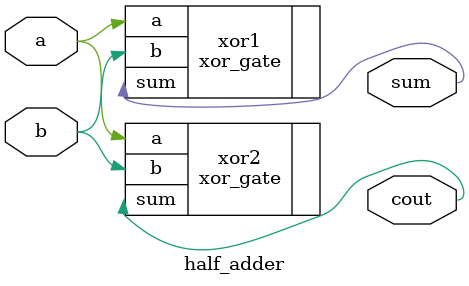
<source format=v>
module half_adder( 
input a, b,
output cout, sum );

wire w1, w2;

// The first XOR gate computes the sum.
xor_gate xor1( .a(a), .b(b), .sum(sum) );

// The second XOR gate computes the carry-out.
xor_gate xor2( .a(a), .b(b), .sum(cout) );

endmodule

</source>
